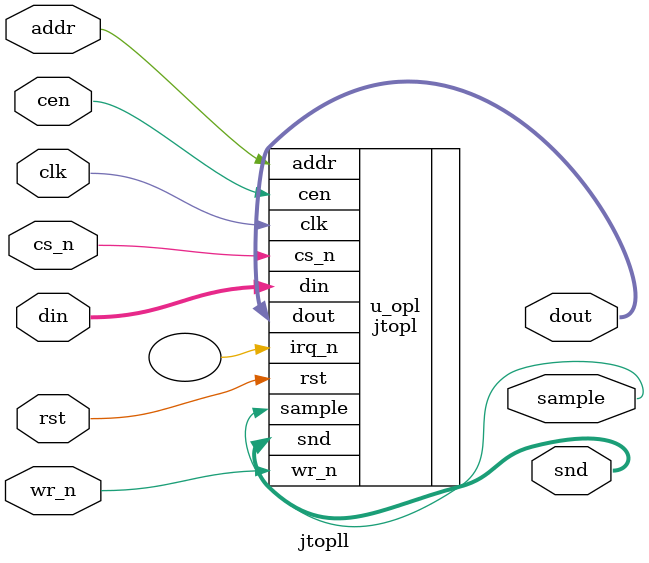
<source format=v>
/*  This file is part of JTOPL.

    JTOPL is free software: you can redistribute it and/or modify
    it under the terms of the GNU General Public License as published by
    the Free Software Foundation, either version 3 of the License, or
    (at your option) any later version.

    JTOPL is distributed in the hope that it will be useful,
    but WITHOUT ANY WARRANTY; without even the implied warranty of
    MERCHANTABILITY or FITNESS FOR A PARTICULAR PURPOSE.  See the
    GNU General Public License for more details.

    You should have received a copy of the GNU General Public License
    along with JTOPL.  If not, see <http://www.gnu.org/licenses/>.

    Author: Jose Tejada Gomez. Twitter: @topapate
    Version: 1.0
    Date: 10-6-2020

    */

module jtopll(
    input                  rst,        // rst should be at least 6 clk&cen cycles long
    input                  clk,        // CPU clock
    input                  cen,        // optional clock enable, it not needed leave as 1'b1
    input           [ 7:0] din,
    input                  addr,
    input                  cs_n,
    input                  wr_n,
    output          [ 7:0] dout,
    // combined output
    output  signed  [15:0] snd,
    output                 sample
);

jtopl u_opl (
    .rst   (rst   ),
    .clk   (clk   ),
    .cen   (cen   ),
    .din   (din   ),
    .addr  (addr  ),
    .cs_n  (cs_n  ),
    .wr_n  (wr_n  ),
    .dout  (dout  ),
    .irq_n (      ),
    .snd   (snd   ),
    .sample(sample)
);

endmodule
    
</source>
